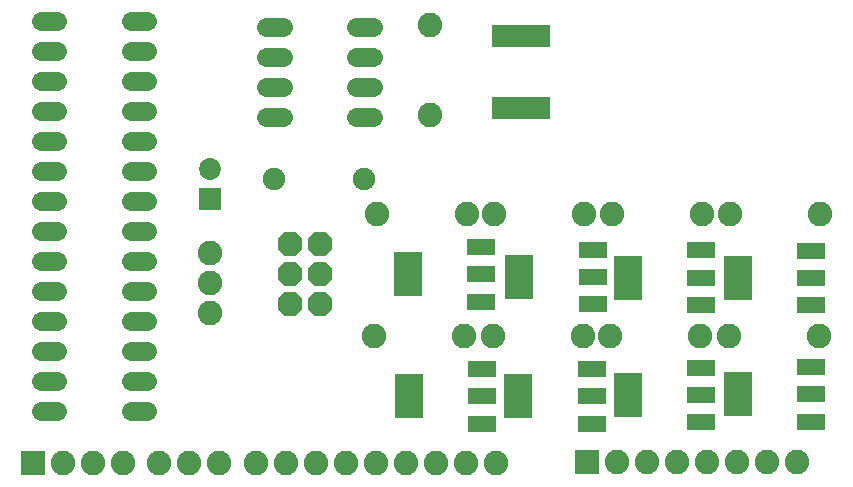
<source format=gbs>
G75*
G70*
%OFA0B0*%
%FSLAX24Y24*%
%IPPOS*%
%LPD*%
%AMOC8*
5,1,8,0,0,1.08239X$1,22.5*
%
%ADD10C,0.0820*%
%ADD11C,0.0640*%
%ADD12R,0.0820X0.0820*%
%ADD13OC8,0.0820*%
%ADD14R,0.0960X0.0560*%
%ADD15R,0.0946X0.1497*%
%ADD16R,0.1930X0.0769*%
%ADD17C,0.0753*%
%ADD18R,0.0730X0.0730*%
%ADD19C,0.0730*%
D10*
X001892Y001979D03*
X002892Y001979D03*
X003892Y001979D03*
X005113Y001971D03*
X006113Y001971D03*
X007113Y001971D03*
X008341Y001979D03*
X009341Y001979D03*
X010341Y001979D03*
X011341Y001979D03*
X012341Y001979D03*
X013341Y001979D03*
X014341Y001979D03*
X015341Y001979D03*
X016341Y001979D03*
X020361Y002023D03*
X021361Y002023D03*
X022361Y002023D03*
X023361Y002023D03*
X024361Y002023D03*
X025361Y002023D03*
X026361Y002023D03*
X027121Y006200D03*
X024121Y006200D03*
X023132Y006204D03*
X020132Y006204D03*
X019227Y006204D03*
X016227Y006204D03*
X015270Y006215D03*
X012270Y006215D03*
X006814Y006975D03*
X006814Y007975D03*
X006814Y008975D03*
X012365Y010278D03*
X015365Y010278D03*
X016270Y010278D03*
X019270Y010278D03*
X020219Y010274D03*
X023219Y010274D03*
X024144Y010274D03*
X027144Y010274D03*
X014144Y013558D03*
X014144Y016558D03*
D11*
X012227Y016503D02*
X011667Y016503D01*
X011667Y015503D02*
X012227Y015503D01*
X012227Y014503D02*
X011667Y014503D01*
X011667Y013503D02*
X012227Y013503D01*
X009227Y013503D02*
X008667Y013503D01*
X008667Y014503D02*
X009227Y014503D01*
X009227Y015503D02*
X008667Y015503D01*
X008667Y016503D02*
X009227Y016503D01*
X004720Y016700D02*
X004160Y016700D01*
X004160Y015700D02*
X004720Y015700D01*
X004720Y014700D02*
X004160Y014700D01*
X004160Y013700D02*
X004720Y013700D01*
X004720Y012700D02*
X004160Y012700D01*
X004160Y011700D02*
X004720Y011700D01*
X004720Y010700D02*
X004160Y010700D01*
X004160Y009700D02*
X004720Y009700D01*
X004720Y008700D02*
X004160Y008700D01*
X004160Y007700D02*
X004720Y007700D01*
X004720Y006700D02*
X004160Y006700D01*
X004160Y005700D02*
X004720Y005700D01*
X004720Y004700D02*
X004160Y004700D01*
X004160Y003700D02*
X004720Y003700D01*
X001720Y003700D02*
X001160Y003700D01*
X001160Y004700D02*
X001720Y004700D01*
X001720Y005700D02*
X001160Y005700D01*
X001160Y006700D02*
X001720Y006700D01*
X001720Y007700D02*
X001160Y007700D01*
X001160Y008700D02*
X001720Y008700D01*
X001720Y009700D02*
X001160Y009700D01*
X001160Y010700D02*
X001720Y010700D01*
X001720Y011700D02*
X001160Y011700D01*
X001160Y012700D02*
X001720Y012700D01*
X001720Y013700D02*
X001160Y013700D01*
X001160Y014700D02*
X001720Y014700D01*
X001720Y015700D02*
X001160Y015700D01*
X001160Y016700D02*
X001720Y016700D01*
D12*
X000892Y001979D03*
X019361Y002023D03*
D13*
X010479Y007286D03*
X009479Y007286D03*
X009479Y008286D03*
X010479Y008286D03*
X010479Y009286D03*
X009479Y009286D03*
D14*
X015845Y009173D03*
X015845Y008263D03*
X015845Y007353D03*
X015864Y005110D03*
X015864Y004200D03*
X015864Y003290D03*
X019526Y003286D03*
X019526Y004196D03*
X019526Y005106D03*
X019557Y007266D03*
X019557Y008176D03*
X019557Y009086D03*
X023179Y009062D03*
X023179Y008152D03*
X023179Y007242D03*
X023179Y005157D03*
X023179Y004247D03*
X023179Y003337D03*
X026852Y003349D03*
X026852Y004259D03*
X026852Y005169D03*
X026852Y007235D03*
X026852Y008145D03*
X026852Y009055D03*
D15*
X024412Y008145D03*
X020739Y008152D03*
X017117Y008176D03*
X013404Y008263D03*
X013424Y004200D03*
X017086Y004196D03*
X020739Y004247D03*
X024412Y004259D03*
D16*
X017180Y013822D03*
X017180Y016204D03*
D17*
X011924Y011456D03*
X008924Y011456D03*
D18*
X006821Y010771D03*
D19*
X006821Y011771D03*
M02*

</source>
